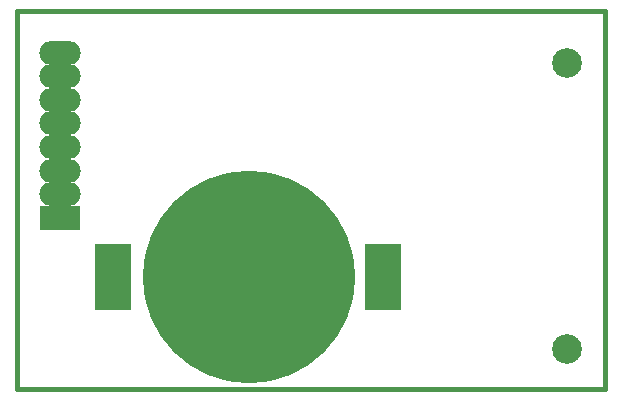
<source format=gbs>
G04 (created by PCBNEW-RS274X (2010-05-05 BZR 2356)-stable) date 4/07/2011 8:20:50 p.m.*
G01*
G70*
G90*
%MOIN*%
G04 Gerber Fmt 3.4, Leading zero omitted, Abs format*
%FSLAX34Y34*%
G04 APERTURE LIST*
%ADD10C,0.006000*%
%ADD11C,0.015000*%
%ADD12R,0.120000X0.220800*%
%ADD13C,0.708600*%
%ADD14O,0.138100X0.079100*%
%ADD15R,0.138100X0.079100*%
%ADD16C,0.098700*%
G04 APERTURE END LIST*
G54D10*
G54D11*
X39291Y-32323D02*
X39291Y-19764D01*
X19685Y-32362D02*
X39291Y-32362D01*
X19685Y-19763D02*
X19685Y-32362D01*
X39291Y-19763D02*
X19685Y-19763D01*
G54D12*
X22874Y-28622D03*
X31890Y-28622D03*
G54D13*
X27402Y-28622D03*
G54D14*
X21102Y-25078D03*
X21102Y-25865D03*
G54D15*
X21102Y-26653D03*
G54D14*
X21102Y-24291D03*
X21102Y-23503D03*
X21102Y-22716D03*
X21102Y-21929D03*
X21102Y-21142D03*
G54D16*
X38032Y-31019D03*
X38032Y-21491D03*
M02*

</source>
